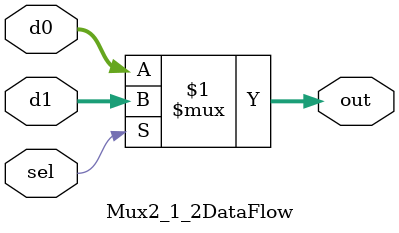
<source format=v>



module Mux2_1_2DataFlow( d0, d1, sel, out);

	input [1:0] d0, d1;
	input sel;
	
	output [1:0] out;
	
	assign out = sel ? d1 : d0;
	
endmodule
	
	
</source>
